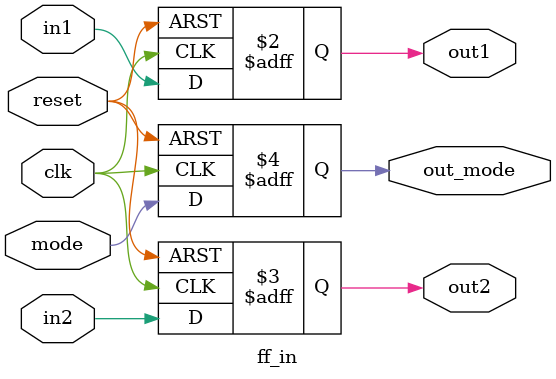
<source format=sv>
module ff_in (	input logic in1,
					input logic in2,
					input logic mode,
					input logic clk,
					input logic reset,
					output logic out1,
					output logic out2,
					output logic out_mode);
						
	always @(posedge clk or posedge reset) begin
		if (reset)  begin
			out1 <= 1'b0;
			out2 <= 1'b0;
			out_mode <= 1'b0;
		end else begin
			out1 <= in1;
			out2 <= in2;
			out_mode <= mode;
		end
	end
endmodule
</source>
